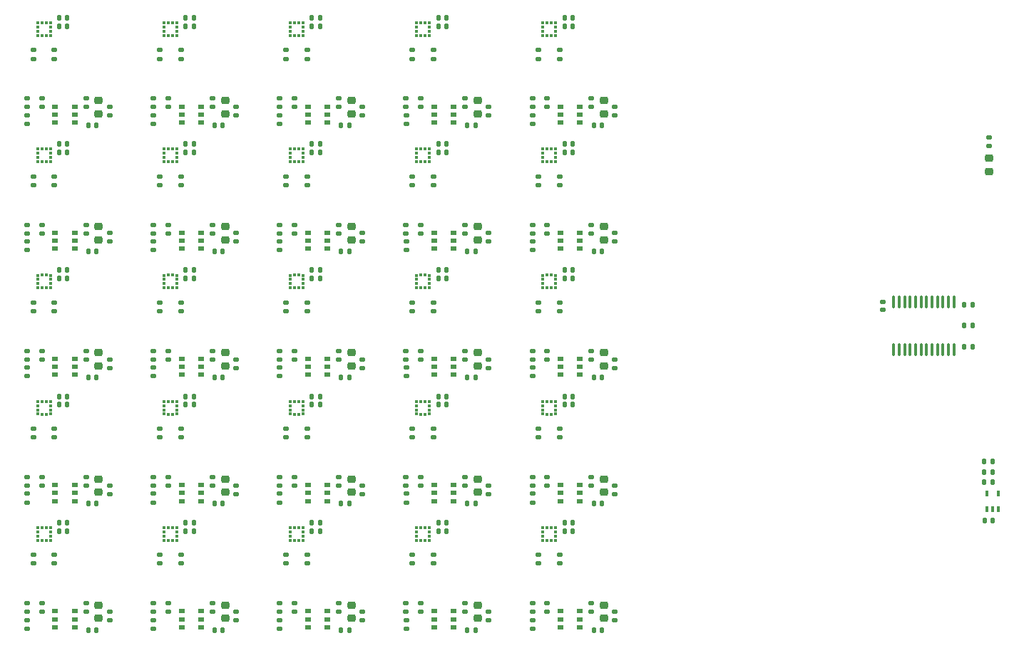
<source format=gbr>
%TF.GenerationSoftware,KiCad,Pcbnew,7.0.1*%
%TF.CreationDate,2025-01-23T23:42:59-05:00*%
%TF.ProjectId,Combined_Stencil2,436f6d62-696e-4656-945f-5374656e6369,rev?*%
%TF.SameCoordinates,Original*%
%TF.FileFunction,Paste,Top*%
%TF.FilePolarity,Positive*%
%FSLAX46Y46*%
G04 Gerber Fmt 4.6, Leading zero omitted, Abs format (unit mm)*
G04 Created by KiCad (PCBNEW 7.0.1) date 2025-01-23 23:42:59*
%MOMM*%
%LPD*%
G01*
G04 APERTURE LIST*
G04 Aperture macros list*
%AMRoundRect*
0 Rectangle with rounded corners*
0 $1 Rounding radius*
0 $2 $3 $4 $5 $6 $7 $8 $9 X,Y pos of 4 corners*
0 Add a 4 corners polygon primitive as box body*
4,1,4,$2,$3,$4,$5,$6,$7,$8,$9,$2,$3,0*
0 Add four circle primitives for the rounded corners*
1,1,$1+$1,$2,$3*
1,1,$1+$1,$4,$5*
1,1,$1+$1,$6,$7*
1,1,$1+$1,$8,$9*
0 Add four rect primitives between the rounded corners*
20,1,$1+$1,$2,$3,$4,$5,0*
20,1,$1+$1,$4,$5,$6,$7,0*
20,1,$1+$1,$6,$7,$8,$9,0*
20,1,$1+$1,$8,$9,$2,$3,0*%
G04 Aperture macros list end*
%ADD10RoundRect,0.135000X-0.135000X-0.185000X0.135000X-0.185000X0.135000X0.185000X-0.135000X0.185000X0*%
%ADD11RoundRect,0.140000X-0.140000X-0.170000X0.140000X-0.170000X0.140000X0.170000X-0.140000X0.170000X0*%
%ADD12RoundRect,0.135000X0.135000X0.185000X-0.135000X0.185000X-0.135000X-0.185000X0.135000X-0.185000X0*%
%ADD13RoundRect,0.218750X-0.256250X0.218750X-0.256250X-0.218750X0.256250X-0.218750X0.256250X0.218750X0*%
%ADD14RoundRect,0.100000X0.100000X-0.637500X0.100000X0.637500X-0.100000X0.637500X-0.100000X-0.637500X0*%
%ADD15RoundRect,0.140000X-0.170000X0.140000X-0.170000X-0.140000X0.170000X-0.140000X0.170000X0.140000X0*%
%ADD16R,0.400000X0.650000*%
%ADD17RoundRect,0.135000X0.185000X-0.135000X0.185000X0.135000X-0.185000X0.135000X-0.185000X-0.135000X0*%
%ADD18RoundRect,0.140000X0.140000X0.170000X-0.140000X0.170000X-0.140000X-0.170000X0.140000X-0.170000X0*%
%ADD19RoundRect,0.135000X-0.185000X0.135000X-0.185000X-0.135000X0.185000X-0.135000X0.185000X0.135000X0*%
%ADD20R,0.375000X0.350000*%
%ADD21R,0.350000X0.375000*%
%ADD22R,0.700000X0.510000*%
%ADD23RoundRect,0.218750X0.256250X-0.218750X0.256250X0.218750X-0.256250X0.218750X-0.256250X-0.218750X0*%
G04 APERTURE END LIST*
D10*
%TO.C,R7*%
X142470000Y-70750000D03*
X143490000Y-70750000D03*
%TD*%
%TO.C,R6*%
X142480000Y-68250000D03*
X143500000Y-68250000D03*
%TD*%
D11*
%TO.C,C2*%
X144900000Y-86880000D03*
X145860000Y-86880000D03*
%TD*%
D12*
%TO.C,R1*%
X145900000Y-85630000D03*
X144880000Y-85630000D03*
%TD*%
D13*
%TO.C,D1*%
X145480000Y-48342500D03*
X145480000Y-49917500D03*
%TD*%
D14*
%TO.C,U6*%
X134155000Y-71112500D03*
X134805000Y-71112500D03*
X135455000Y-71112500D03*
X136105000Y-71112500D03*
X136755000Y-71112500D03*
X137405000Y-71112500D03*
X138055000Y-71112500D03*
X138705000Y-71112500D03*
X139355000Y-71112500D03*
X140005000Y-71112500D03*
X140655000Y-71112500D03*
X141305000Y-71112500D03*
X141305000Y-65387500D03*
X140655000Y-65387500D03*
X140005000Y-65387500D03*
X139355000Y-65387500D03*
X138705000Y-65387500D03*
X138055000Y-65387500D03*
X137405000Y-65387500D03*
X136755000Y-65387500D03*
X136105000Y-65387500D03*
X135455000Y-65387500D03*
X134805000Y-65387500D03*
X134155000Y-65387500D03*
%TD*%
D11*
%TO.C,C1*%
X144920000Y-91380000D03*
X145880000Y-91380000D03*
%TD*%
D10*
%TO.C,R5*%
X142480000Y-65750000D03*
X143500000Y-65750000D03*
%TD*%
D15*
%TO.C,C5*%
X132880000Y-65400000D03*
X132880000Y-66360000D03*
%TD*%
D12*
%TO.C,R2*%
X145900000Y-84380000D03*
X144880000Y-84380000D03*
%TD*%
D16*
%TO.C,U2*%
X145230000Y-90080000D03*
X145880000Y-90080000D03*
X146530000Y-90080000D03*
X146530000Y-88180000D03*
X145230000Y-88180000D03*
%TD*%
D17*
%TO.C,R3*%
X145480000Y-46910000D03*
X145480000Y-45890000D03*
%TD*%
%TO.C,R4*%
X61260000Y-89260000D03*
X61260000Y-88240000D03*
%TD*%
D18*
%TO.C,C2*%
X96030000Y-92650000D03*
X95070000Y-92650000D03*
%TD*%
D17*
%TO.C,R4*%
X46260000Y-89260000D03*
X46260000Y-88240000D03*
%TD*%
D19*
%TO.C,R2*%
X91250000Y-101240000D03*
X91250000Y-102260000D03*
%TD*%
D17*
%TO.C,R6*%
X64500000Y-81510000D03*
X64500000Y-80490000D03*
%TD*%
D19*
%TO.C,R2*%
X61250000Y-56240000D03*
X61250000Y-57260000D03*
%TD*%
D20*
%TO.C,U2*%
X32487500Y-62250000D03*
X32487500Y-62750000D03*
X32487500Y-63250000D03*
X32487500Y-63750000D03*
D21*
X33000000Y-63762500D03*
X33500000Y-63762500D03*
D20*
X34012500Y-63750000D03*
X34012500Y-63250000D03*
X34012500Y-62750000D03*
X34012500Y-62250000D03*
D21*
X33500000Y-62237500D03*
X33000000Y-62237500D03*
%TD*%
D18*
%TO.C,C1*%
X54480000Y-104425000D03*
X53520000Y-104425000D03*
%TD*%
D20*
%TO.C,U2*%
X32487500Y-32250000D03*
X32487500Y-32750000D03*
X32487500Y-33250000D03*
X32487500Y-33750000D03*
D21*
X33000000Y-33762500D03*
X33500000Y-33762500D03*
D20*
X34012500Y-33750000D03*
X34012500Y-33250000D03*
X34012500Y-32750000D03*
X34012500Y-32250000D03*
D21*
X33500000Y-32237500D03*
X33000000Y-32237500D03*
%TD*%
D18*
%TO.C,C2*%
X66030000Y-92650000D03*
X65070000Y-92650000D03*
%TD*%
D17*
%TO.C,R5*%
X86050000Y-43260000D03*
X86050000Y-42240000D03*
%TD*%
D20*
%TO.C,U2*%
X32487500Y-47250000D03*
X32487500Y-47750000D03*
X32487500Y-48250000D03*
X32487500Y-48750000D03*
D21*
X33000000Y-48762500D03*
X33500000Y-48762500D03*
D20*
X34012500Y-48750000D03*
X34012500Y-48250000D03*
X34012500Y-47750000D03*
X34012500Y-47250000D03*
D21*
X33500000Y-47237500D03*
X33000000Y-47237500D03*
%TD*%
D17*
%TO.C,R4*%
X46260000Y-59260000D03*
X46260000Y-58240000D03*
%TD*%
%TO.C,R3*%
X98250000Y-42260000D03*
X98250000Y-41240000D03*
%TD*%
%TO.C,R3*%
X98250000Y-102260000D03*
X98250000Y-101240000D03*
%TD*%
D18*
%TO.C,C2*%
X51030000Y-32650000D03*
X50070000Y-32650000D03*
%TD*%
D19*
%TO.C,R1*%
X63000000Y-71240000D03*
X63000000Y-72260000D03*
%TD*%
D18*
%TO.C,C3*%
X81030000Y-46650000D03*
X80070000Y-46650000D03*
%TD*%
D22*
%TO.C,U1*%
X94590000Y-72200000D03*
X94590000Y-73150000D03*
X94590000Y-74100000D03*
X96910000Y-74100000D03*
X96910000Y-73150000D03*
X96910000Y-72200000D03*
%TD*%
%TO.C,U1*%
X34590000Y-87200000D03*
X34590000Y-88150000D03*
X34590000Y-89100000D03*
X36910000Y-89100000D03*
X36910000Y-88150000D03*
X36910000Y-87200000D03*
%TD*%
D20*
%TO.C,U2*%
X32487500Y-77250000D03*
X32487500Y-77750000D03*
X32487500Y-78250000D03*
X32487500Y-78750000D03*
D21*
X33000000Y-78762500D03*
X33500000Y-78762500D03*
D20*
X34012500Y-78750000D03*
X34012500Y-78250000D03*
X34012500Y-77750000D03*
X34012500Y-77250000D03*
D21*
X33500000Y-77237500D03*
X33000000Y-77237500D03*
%TD*%
D17*
%TO.C,R7*%
X32000000Y-66510000D03*
X32000000Y-65490000D03*
%TD*%
D20*
%TO.C,U2*%
X92487500Y-92250000D03*
X92487500Y-92750000D03*
X92487500Y-93250000D03*
X92487500Y-93750000D03*
D21*
X93000000Y-93762500D03*
X93500000Y-93762500D03*
D20*
X94012500Y-93750000D03*
X94012500Y-93250000D03*
X94012500Y-92750000D03*
X94012500Y-92250000D03*
D21*
X93500000Y-92237500D03*
X93000000Y-92237500D03*
%TD*%
D19*
%TO.C,R2*%
X61250000Y-86240000D03*
X61250000Y-87260000D03*
%TD*%
%TO.C,R2*%
X76250000Y-56240000D03*
X76250000Y-57260000D03*
%TD*%
D17*
%TO.C,R4*%
X31260000Y-44260000D03*
X31260000Y-43240000D03*
%TD*%
%TO.C,R4*%
X91260000Y-89260000D03*
X91260000Y-88240000D03*
%TD*%
D23*
%TO.C,D1*%
X54750000Y-58037500D03*
X54750000Y-56462500D03*
%TD*%
D17*
%TO.C,R6*%
X94500000Y-81510000D03*
X94500000Y-80490000D03*
%TD*%
D19*
%TO.C,R1*%
X78000000Y-56240000D03*
X78000000Y-57260000D03*
%TD*%
D17*
%TO.C,R4*%
X46260000Y-44260000D03*
X46260000Y-43240000D03*
%TD*%
D19*
%TO.C,R1*%
X78000000Y-41240000D03*
X78000000Y-42260000D03*
%TD*%
D17*
%TO.C,R5*%
X71050000Y-58260000D03*
X71050000Y-57240000D03*
%TD*%
D18*
%TO.C,C1*%
X39480000Y-44425000D03*
X38520000Y-44425000D03*
%TD*%
D17*
%TO.C,R6*%
X79500000Y-96510000D03*
X79500000Y-95490000D03*
%TD*%
D18*
%TO.C,C3*%
X36030000Y-61650000D03*
X35070000Y-61650000D03*
%TD*%
D17*
%TO.C,R4*%
X76260000Y-104260000D03*
X76260000Y-103240000D03*
%TD*%
D18*
%TO.C,C3*%
X36030000Y-91650000D03*
X35070000Y-91650000D03*
%TD*%
%TO.C,C2*%
X51030000Y-92650000D03*
X50070000Y-92650000D03*
%TD*%
%TO.C,C3*%
X96030000Y-76650000D03*
X95070000Y-76650000D03*
%TD*%
%TO.C,C2*%
X36030000Y-62650000D03*
X35070000Y-62650000D03*
%TD*%
%TO.C,C1*%
X84480000Y-89425000D03*
X83520000Y-89425000D03*
%TD*%
D17*
%TO.C,R4*%
X31260000Y-74260000D03*
X31260000Y-73240000D03*
%TD*%
D23*
%TO.C,D1*%
X99750000Y-73037500D03*
X99750000Y-71462500D03*
%TD*%
D22*
%TO.C,U1*%
X34590000Y-57200000D03*
X34590000Y-58150000D03*
X34590000Y-59100000D03*
X36910000Y-59100000D03*
X36910000Y-58150000D03*
X36910000Y-57200000D03*
%TD*%
D18*
%TO.C,C2*%
X81030000Y-62650000D03*
X80070000Y-62650000D03*
%TD*%
D17*
%TO.C,R4*%
X31260000Y-59260000D03*
X31260000Y-58240000D03*
%TD*%
D23*
%TO.C,D1*%
X69750000Y-73037500D03*
X69750000Y-71462500D03*
%TD*%
D19*
%TO.C,R2*%
X91250000Y-86240000D03*
X91250000Y-87260000D03*
%TD*%
D20*
%TO.C,U2*%
X77487500Y-47250000D03*
X77487500Y-47750000D03*
X77487500Y-48250000D03*
X77487500Y-48750000D03*
D21*
X78000000Y-48762500D03*
X78500000Y-48762500D03*
D20*
X79012500Y-48750000D03*
X79012500Y-48250000D03*
X79012500Y-47750000D03*
X79012500Y-47250000D03*
D21*
X78500000Y-47237500D03*
X78000000Y-47237500D03*
%TD*%
D17*
%TO.C,R6*%
X49500000Y-36510000D03*
X49500000Y-35490000D03*
%TD*%
%TO.C,R4*%
X46260000Y-74260000D03*
X46260000Y-73240000D03*
%TD*%
D18*
%TO.C,C3*%
X66030000Y-31650000D03*
X65070000Y-31650000D03*
%TD*%
D20*
%TO.C,U2*%
X47487500Y-77250000D03*
X47487500Y-77750000D03*
X47487500Y-78250000D03*
X47487500Y-78750000D03*
D21*
X48000000Y-78762500D03*
X48500000Y-78762500D03*
D20*
X49012500Y-78750000D03*
X49012500Y-78250000D03*
X49012500Y-77750000D03*
X49012500Y-77250000D03*
D21*
X48500000Y-77237500D03*
X48000000Y-77237500D03*
%TD*%
D17*
%TO.C,R6*%
X94500000Y-36510000D03*
X94500000Y-35490000D03*
%TD*%
D18*
%TO.C,C3*%
X81030000Y-31650000D03*
X80070000Y-31650000D03*
%TD*%
D17*
%TO.C,R3*%
X83250000Y-102260000D03*
X83250000Y-101240000D03*
%TD*%
%TO.C,R6*%
X49500000Y-51510000D03*
X49500000Y-50490000D03*
%TD*%
D20*
%TO.C,U2*%
X92487500Y-77250000D03*
X92487500Y-77750000D03*
X92487500Y-78250000D03*
X92487500Y-78750000D03*
D21*
X93000000Y-78762500D03*
X93500000Y-78762500D03*
D20*
X94012500Y-78750000D03*
X94012500Y-78250000D03*
X94012500Y-77750000D03*
X94012500Y-77250000D03*
D21*
X93500000Y-77237500D03*
X93000000Y-77237500D03*
%TD*%
D19*
%TO.C,R2*%
X91250000Y-56240000D03*
X91250000Y-57260000D03*
%TD*%
D18*
%TO.C,C1*%
X54480000Y-89425000D03*
X53520000Y-89425000D03*
%TD*%
D17*
%TO.C,R4*%
X31260000Y-89260000D03*
X31260000Y-88240000D03*
%TD*%
D18*
%TO.C,C3*%
X96030000Y-91650000D03*
X95070000Y-91650000D03*
%TD*%
D22*
%TO.C,U1*%
X49590000Y-42200000D03*
X49590000Y-43150000D03*
X49590000Y-44100000D03*
X51910000Y-44100000D03*
X51910000Y-43150000D03*
X51910000Y-42200000D03*
%TD*%
D17*
%TO.C,R5*%
X41050000Y-73260000D03*
X41050000Y-72240000D03*
%TD*%
D18*
%TO.C,C2*%
X81030000Y-47650000D03*
X80070000Y-47650000D03*
%TD*%
D17*
%TO.C,R7*%
X77000000Y-36510000D03*
X77000000Y-35490000D03*
%TD*%
D23*
%TO.C,D1*%
X54750000Y-103037500D03*
X54750000Y-101462500D03*
%TD*%
D17*
%TO.C,R3*%
X68250000Y-87260000D03*
X68250000Y-86240000D03*
%TD*%
D19*
%TO.C,R2*%
X46250000Y-86240000D03*
X46250000Y-87260000D03*
%TD*%
D18*
%TO.C,C1*%
X39480000Y-104425000D03*
X38520000Y-104425000D03*
%TD*%
%TO.C,C2*%
X96030000Y-62650000D03*
X95070000Y-62650000D03*
%TD*%
D19*
%TO.C,R1*%
X63000000Y-101240000D03*
X63000000Y-102260000D03*
%TD*%
%TO.C,R2*%
X76250000Y-101240000D03*
X76250000Y-102260000D03*
%TD*%
%TO.C,R1*%
X93000000Y-71240000D03*
X93000000Y-72260000D03*
%TD*%
D17*
%TO.C,R6*%
X79500000Y-81510000D03*
X79500000Y-80490000D03*
%TD*%
%TO.C,R3*%
X53250000Y-42260000D03*
X53250000Y-41240000D03*
%TD*%
%TO.C,R5*%
X101050000Y-73260000D03*
X101050000Y-72240000D03*
%TD*%
D23*
%TO.C,D1*%
X69750000Y-103037500D03*
X69750000Y-101462500D03*
%TD*%
D17*
%TO.C,R6*%
X34500000Y-66510000D03*
X34500000Y-65490000D03*
%TD*%
%TO.C,R6*%
X79500000Y-51510000D03*
X79500000Y-50490000D03*
%TD*%
D19*
%TO.C,R2*%
X61250000Y-41240000D03*
X61250000Y-42260000D03*
%TD*%
D17*
%TO.C,R3*%
X53250000Y-102260000D03*
X53250000Y-101240000D03*
%TD*%
D22*
%TO.C,U1*%
X64590000Y-57200000D03*
X64590000Y-58150000D03*
X64590000Y-59100000D03*
X66910000Y-59100000D03*
X66910000Y-58150000D03*
X66910000Y-57200000D03*
%TD*%
D17*
%TO.C,R3*%
X68250000Y-42260000D03*
X68250000Y-41240000D03*
%TD*%
D18*
%TO.C,C3*%
X96030000Y-31650000D03*
X95070000Y-31650000D03*
%TD*%
D17*
%TO.C,R7*%
X92000000Y-36510000D03*
X92000000Y-35490000D03*
%TD*%
%TO.C,R5*%
X56050000Y-43260000D03*
X56050000Y-42240000D03*
%TD*%
D18*
%TO.C,C3*%
X96030000Y-61650000D03*
X95070000Y-61650000D03*
%TD*%
D22*
%TO.C,U1*%
X79590000Y-72200000D03*
X79590000Y-73150000D03*
X79590000Y-74100000D03*
X81910000Y-74100000D03*
X81910000Y-73150000D03*
X81910000Y-72200000D03*
%TD*%
D18*
%TO.C,C3*%
X66030000Y-76650000D03*
X65070000Y-76650000D03*
%TD*%
D17*
%TO.C,R7*%
X77000000Y-96510000D03*
X77000000Y-95490000D03*
%TD*%
D19*
%TO.C,R1*%
X63000000Y-56240000D03*
X63000000Y-57260000D03*
%TD*%
D17*
%TO.C,R6*%
X34500000Y-96510000D03*
X34500000Y-95490000D03*
%TD*%
D18*
%TO.C,C1*%
X39480000Y-89425000D03*
X38520000Y-89425000D03*
%TD*%
D17*
%TO.C,R6*%
X64500000Y-51510000D03*
X64500000Y-50490000D03*
%TD*%
%TO.C,R3*%
X98250000Y-57260000D03*
X98250000Y-56240000D03*
%TD*%
D19*
%TO.C,R2*%
X46250000Y-56240000D03*
X46250000Y-57260000D03*
%TD*%
D17*
%TO.C,R5*%
X86050000Y-58260000D03*
X86050000Y-57240000D03*
%TD*%
D19*
%TO.C,R1*%
X33000000Y-41240000D03*
X33000000Y-42260000D03*
%TD*%
D17*
%TO.C,R7*%
X32000000Y-51510000D03*
X32000000Y-50490000D03*
%TD*%
%TO.C,R3*%
X83250000Y-57260000D03*
X83250000Y-56240000D03*
%TD*%
D18*
%TO.C,C2*%
X96030000Y-47650000D03*
X95070000Y-47650000D03*
%TD*%
%TO.C,C1*%
X99480000Y-89425000D03*
X98520000Y-89425000D03*
%TD*%
D22*
%TO.C,U1*%
X34590000Y-102200000D03*
X34590000Y-103150000D03*
X34590000Y-104100000D03*
X36910000Y-104100000D03*
X36910000Y-103150000D03*
X36910000Y-102200000D03*
%TD*%
D17*
%TO.C,R4*%
X61260000Y-74260000D03*
X61260000Y-73240000D03*
%TD*%
D20*
%TO.C,U2*%
X92487500Y-62250000D03*
X92487500Y-62750000D03*
X92487500Y-63250000D03*
X92487500Y-63750000D03*
D21*
X93000000Y-63762500D03*
X93500000Y-63762500D03*
D20*
X94012500Y-63750000D03*
X94012500Y-63250000D03*
X94012500Y-62750000D03*
X94012500Y-62250000D03*
D21*
X93500000Y-62237500D03*
X93000000Y-62237500D03*
%TD*%
D22*
%TO.C,U1*%
X64590000Y-102200000D03*
X64590000Y-103150000D03*
X64590000Y-104100000D03*
X66910000Y-104100000D03*
X66910000Y-103150000D03*
X66910000Y-102200000D03*
%TD*%
%TO.C,U1*%
X79590000Y-57200000D03*
X79590000Y-58150000D03*
X79590000Y-59100000D03*
X81910000Y-59100000D03*
X81910000Y-58150000D03*
X81910000Y-57200000D03*
%TD*%
D18*
%TO.C,C2*%
X96030000Y-32650000D03*
X95070000Y-32650000D03*
%TD*%
D22*
%TO.C,U1*%
X94590000Y-42200000D03*
X94590000Y-43150000D03*
X94590000Y-44100000D03*
X96910000Y-44100000D03*
X96910000Y-43150000D03*
X96910000Y-42200000D03*
%TD*%
D18*
%TO.C,C1*%
X39480000Y-59425000D03*
X38520000Y-59425000D03*
%TD*%
D22*
%TO.C,U1*%
X49590000Y-72200000D03*
X49590000Y-73150000D03*
X49590000Y-74100000D03*
X51910000Y-74100000D03*
X51910000Y-73150000D03*
X51910000Y-72200000D03*
%TD*%
D17*
%TO.C,R7*%
X92000000Y-51510000D03*
X92000000Y-50490000D03*
%TD*%
%TO.C,R5*%
X101050000Y-43260000D03*
X101050000Y-42240000D03*
%TD*%
D19*
%TO.C,R2*%
X61250000Y-101240000D03*
X61250000Y-102260000D03*
%TD*%
D23*
%TO.C,D1*%
X84750000Y-103037500D03*
X84750000Y-101462500D03*
%TD*%
D22*
%TO.C,U1*%
X94590000Y-102200000D03*
X94590000Y-103150000D03*
X94590000Y-104100000D03*
X96910000Y-104100000D03*
X96910000Y-103150000D03*
X96910000Y-102200000D03*
%TD*%
D17*
%TO.C,R4*%
X76260000Y-74260000D03*
X76260000Y-73240000D03*
%TD*%
%TO.C,R6*%
X94500000Y-96510000D03*
X94500000Y-95490000D03*
%TD*%
D19*
%TO.C,R1*%
X48000000Y-56240000D03*
X48000000Y-57260000D03*
%TD*%
D17*
%TO.C,R3*%
X38250000Y-87260000D03*
X38250000Y-86240000D03*
%TD*%
D18*
%TO.C,C3*%
X81030000Y-61650000D03*
X80070000Y-61650000D03*
%TD*%
D17*
%TO.C,R5*%
X71050000Y-88260000D03*
X71050000Y-87240000D03*
%TD*%
%TO.C,R4*%
X76260000Y-44260000D03*
X76260000Y-43240000D03*
%TD*%
%TO.C,R5*%
X71050000Y-103260000D03*
X71050000Y-102240000D03*
%TD*%
%TO.C,R3*%
X98250000Y-72260000D03*
X98250000Y-71240000D03*
%TD*%
%TO.C,R6*%
X64500000Y-36510000D03*
X64500000Y-35490000D03*
%TD*%
D23*
%TO.C,D1*%
X99750000Y-43037500D03*
X99750000Y-41462500D03*
%TD*%
D19*
%TO.C,R2*%
X91250000Y-41240000D03*
X91250000Y-42260000D03*
%TD*%
D18*
%TO.C,C3*%
X51030000Y-61650000D03*
X50070000Y-61650000D03*
%TD*%
D17*
%TO.C,R7*%
X77000000Y-66510000D03*
X77000000Y-65490000D03*
%TD*%
D18*
%TO.C,C3*%
X36030000Y-31650000D03*
X35070000Y-31650000D03*
%TD*%
D17*
%TO.C,R3*%
X38250000Y-72260000D03*
X38250000Y-71240000D03*
%TD*%
%TO.C,R5*%
X56050000Y-73260000D03*
X56050000Y-72240000D03*
%TD*%
%TO.C,R7*%
X47000000Y-96510000D03*
X47000000Y-95490000D03*
%TD*%
%TO.C,R5*%
X41050000Y-103260000D03*
X41050000Y-102240000D03*
%TD*%
%TO.C,R6*%
X79500000Y-36510000D03*
X79500000Y-35490000D03*
%TD*%
D23*
%TO.C,D1*%
X99750000Y-58037500D03*
X99750000Y-56462500D03*
%TD*%
D19*
%TO.C,R1*%
X78000000Y-101240000D03*
X78000000Y-102260000D03*
%TD*%
D18*
%TO.C,C2*%
X96030000Y-77650000D03*
X95070000Y-77650000D03*
%TD*%
D17*
%TO.C,R3*%
X68250000Y-72260000D03*
X68250000Y-71240000D03*
%TD*%
D18*
%TO.C,C1*%
X99480000Y-74425000D03*
X98520000Y-74425000D03*
%TD*%
%TO.C,C1*%
X99480000Y-44425000D03*
X98520000Y-44425000D03*
%TD*%
D17*
%TO.C,R7*%
X62000000Y-51510000D03*
X62000000Y-50490000D03*
%TD*%
%TO.C,R4*%
X31260000Y-104260000D03*
X31260000Y-103240000D03*
%TD*%
D18*
%TO.C,C1*%
X84480000Y-74425000D03*
X83520000Y-74425000D03*
%TD*%
D20*
%TO.C,U2*%
X77487500Y-62250000D03*
X77487500Y-62750000D03*
X77487500Y-63250000D03*
X77487500Y-63750000D03*
D21*
X78000000Y-63762500D03*
X78500000Y-63762500D03*
D20*
X79012500Y-63750000D03*
X79012500Y-63250000D03*
X79012500Y-62750000D03*
X79012500Y-62250000D03*
D21*
X78500000Y-62237500D03*
X78000000Y-62237500D03*
%TD*%
D17*
%TO.C,R7*%
X32000000Y-81510000D03*
X32000000Y-80490000D03*
%TD*%
D18*
%TO.C,C2*%
X66030000Y-77650000D03*
X65070000Y-77650000D03*
%TD*%
D17*
%TO.C,R7*%
X62000000Y-66510000D03*
X62000000Y-65490000D03*
%TD*%
%TO.C,R4*%
X91260000Y-104260000D03*
X91260000Y-103240000D03*
%TD*%
D22*
%TO.C,U1*%
X94590000Y-87200000D03*
X94590000Y-88150000D03*
X94590000Y-89100000D03*
X96910000Y-89100000D03*
X96910000Y-88150000D03*
X96910000Y-87200000D03*
%TD*%
D17*
%TO.C,R4*%
X61260000Y-59260000D03*
X61260000Y-58240000D03*
%TD*%
D18*
%TO.C,C1*%
X39480000Y-74425000D03*
X38520000Y-74425000D03*
%TD*%
D20*
%TO.C,U2*%
X62487500Y-77250000D03*
X62487500Y-77750000D03*
X62487500Y-78250000D03*
X62487500Y-78750000D03*
D21*
X63000000Y-78762500D03*
X63500000Y-78762500D03*
D20*
X64012500Y-78750000D03*
X64012500Y-78250000D03*
X64012500Y-77750000D03*
X64012500Y-77250000D03*
D21*
X63500000Y-77237500D03*
X63000000Y-77237500D03*
%TD*%
D19*
%TO.C,R1*%
X78000000Y-71240000D03*
X78000000Y-72260000D03*
%TD*%
%TO.C,R2*%
X31250000Y-101240000D03*
X31250000Y-102260000D03*
%TD*%
D18*
%TO.C,C2*%
X81030000Y-77650000D03*
X80070000Y-77650000D03*
%TD*%
D19*
%TO.C,R2*%
X46250000Y-101240000D03*
X46250000Y-102260000D03*
%TD*%
D17*
%TO.C,R7*%
X77000000Y-81510000D03*
X77000000Y-80490000D03*
%TD*%
D23*
%TO.C,D1*%
X39750000Y-73037500D03*
X39750000Y-71462500D03*
%TD*%
D17*
%TO.C,R7*%
X47000000Y-51510000D03*
X47000000Y-50490000D03*
%TD*%
D20*
%TO.C,U2*%
X32487500Y-92250000D03*
X32487500Y-92750000D03*
X32487500Y-93250000D03*
X32487500Y-93750000D03*
D21*
X33000000Y-93762500D03*
X33500000Y-93762500D03*
D20*
X34012500Y-93750000D03*
X34012500Y-93250000D03*
X34012500Y-92750000D03*
X34012500Y-92250000D03*
D21*
X33500000Y-92237500D03*
X33000000Y-92237500D03*
%TD*%
D17*
%TO.C,R7*%
X92000000Y-81510000D03*
X92000000Y-80490000D03*
%TD*%
D22*
%TO.C,U1*%
X49590000Y-57200000D03*
X49590000Y-58150000D03*
X49590000Y-59100000D03*
X51910000Y-59100000D03*
X51910000Y-58150000D03*
X51910000Y-57200000D03*
%TD*%
D17*
%TO.C,R6*%
X94500000Y-66510000D03*
X94500000Y-65490000D03*
%TD*%
D18*
%TO.C,C3*%
X51030000Y-46650000D03*
X50070000Y-46650000D03*
%TD*%
D23*
%TO.C,D1*%
X69750000Y-43037500D03*
X69750000Y-41462500D03*
%TD*%
D18*
%TO.C,C3*%
X96030000Y-46650000D03*
X95070000Y-46650000D03*
%TD*%
D19*
%TO.C,R1*%
X93000000Y-56240000D03*
X93000000Y-57260000D03*
%TD*%
D17*
%TO.C,R5*%
X86050000Y-73260000D03*
X86050000Y-72240000D03*
%TD*%
%TO.C,R7*%
X62000000Y-36510000D03*
X62000000Y-35490000D03*
%TD*%
D20*
%TO.C,U2*%
X77487500Y-32250000D03*
X77487500Y-32750000D03*
X77487500Y-33250000D03*
X77487500Y-33750000D03*
D21*
X78000000Y-33762500D03*
X78500000Y-33762500D03*
D20*
X79012500Y-33750000D03*
X79012500Y-33250000D03*
X79012500Y-32750000D03*
X79012500Y-32250000D03*
D21*
X78500000Y-32237500D03*
X78000000Y-32237500D03*
%TD*%
D19*
%TO.C,R2*%
X76250000Y-86240000D03*
X76250000Y-87260000D03*
%TD*%
D17*
%TO.C,R5*%
X41050000Y-88260000D03*
X41050000Y-87240000D03*
%TD*%
D19*
%TO.C,R1*%
X48000000Y-71240000D03*
X48000000Y-72260000D03*
%TD*%
D17*
%TO.C,R4*%
X76260000Y-59260000D03*
X76260000Y-58240000D03*
%TD*%
%TO.C,R3*%
X53250000Y-87260000D03*
X53250000Y-86240000D03*
%TD*%
D23*
%TO.C,D1*%
X54750000Y-43037500D03*
X54750000Y-41462500D03*
%TD*%
D17*
%TO.C,R7*%
X47000000Y-36510000D03*
X47000000Y-35490000D03*
%TD*%
%TO.C,R3*%
X83250000Y-42260000D03*
X83250000Y-41240000D03*
%TD*%
%TO.C,R6*%
X94500000Y-51510000D03*
X94500000Y-50490000D03*
%TD*%
%TO.C,R5*%
X101050000Y-103260000D03*
X101050000Y-102240000D03*
%TD*%
D23*
%TO.C,D1*%
X39750000Y-103037500D03*
X39750000Y-101462500D03*
%TD*%
D19*
%TO.C,R1*%
X63000000Y-86240000D03*
X63000000Y-87260000D03*
%TD*%
D23*
%TO.C,D1*%
X69750000Y-58037500D03*
X69750000Y-56462500D03*
%TD*%
%TO.C,D1*%
X54750000Y-73037500D03*
X54750000Y-71462500D03*
%TD*%
D17*
%TO.C,R7*%
X32000000Y-36510000D03*
X32000000Y-35490000D03*
%TD*%
%TO.C,R3*%
X38250000Y-42260000D03*
X38250000Y-41240000D03*
%TD*%
D18*
%TO.C,C1*%
X69480000Y-74425000D03*
X68520000Y-74425000D03*
%TD*%
%TO.C,C2*%
X51030000Y-47650000D03*
X50070000Y-47650000D03*
%TD*%
D19*
%TO.C,R1*%
X33000000Y-71240000D03*
X33000000Y-72260000D03*
%TD*%
%TO.C,R1*%
X33000000Y-56240000D03*
X33000000Y-57260000D03*
%TD*%
D17*
%TO.C,R4*%
X91260000Y-74260000D03*
X91260000Y-73240000D03*
%TD*%
D22*
%TO.C,U1*%
X64590000Y-42200000D03*
X64590000Y-43150000D03*
X64590000Y-44100000D03*
X66910000Y-44100000D03*
X66910000Y-43150000D03*
X66910000Y-42200000D03*
%TD*%
D18*
%TO.C,C3*%
X36030000Y-46650000D03*
X35070000Y-46650000D03*
%TD*%
D23*
%TO.C,D1*%
X84750000Y-88037500D03*
X84750000Y-86462500D03*
%TD*%
D17*
%TO.C,R5*%
X41050000Y-43260000D03*
X41050000Y-42240000D03*
%TD*%
D18*
%TO.C,C2*%
X66030000Y-47650000D03*
X65070000Y-47650000D03*
%TD*%
D23*
%TO.C,D1*%
X84750000Y-43037500D03*
X84750000Y-41462500D03*
%TD*%
D17*
%TO.C,R4*%
X91260000Y-59260000D03*
X91260000Y-58240000D03*
%TD*%
D18*
%TO.C,C1*%
X54480000Y-74425000D03*
X53520000Y-74425000D03*
%TD*%
D19*
%TO.C,R1*%
X33000000Y-86240000D03*
X33000000Y-87260000D03*
%TD*%
D18*
%TO.C,C2*%
X81030000Y-92650000D03*
X80070000Y-92650000D03*
%TD*%
D17*
%TO.C,R4*%
X76260000Y-89260000D03*
X76260000Y-88240000D03*
%TD*%
%TO.C,R7*%
X62000000Y-96510000D03*
X62000000Y-95490000D03*
%TD*%
D18*
%TO.C,C1*%
X99480000Y-59425000D03*
X98520000Y-59425000D03*
%TD*%
D17*
%TO.C,R7*%
X92000000Y-66510000D03*
X92000000Y-65490000D03*
%TD*%
D23*
%TO.C,D1*%
X39750000Y-43037500D03*
X39750000Y-41462500D03*
%TD*%
D22*
%TO.C,U1*%
X79590000Y-42200000D03*
X79590000Y-43150000D03*
X79590000Y-44100000D03*
X81910000Y-44100000D03*
X81910000Y-43150000D03*
X81910000Y-42200000D03*
%TD*%
D17*
%TO.C,R4*%
X91260000Y-44260000D03*
X91260000Y-43240000D03*
%TD*%
%TO.C,R5*%
X101050000Y-58260000D03*
X101050000Y-57240000D03*
%TD*%
D19*
%TO.C,R2*%
X31250000Y-86240000D03*
X31250000Y-87260000D03*
%TD*%
D22*
%TO.C,U1*%
X64590000Y-72200000D03*
X64590000Y-73150000D03*
X64590000Y-74100000D03*
X66910000Y-74100000D03*
X66910000Y-73150000D03*
X66910000Y-72200000D03*
%TD*%
D18*
%TO.C,C2*%
X36030000Y-92650000D03*
X35070000Y-92650000D03*
%TD*%
D17*
%TO.C,R3*%
X68250000Y-102260000D03*
X68250000Y-101240000D03*
%TD*%
D20*
%TO.C,U2*%
X62487500Y-32250000D03*
X62487500Y-32750000D03*
X62487500Y-33250000D03*
X62487500Y-33750000D03*
D21*
X63000000Y-33762500D03*
X63500000Y-33762500D03*
D20*
X64012500Y-33750000D03*
X64012500Y-33250000D03*
X64012500Y-32750000D03*
X64012500Y-32250000D03*
D21*
X63500000Y-32237500D03*
X63000000Y-32237500D03*
%TD*%
D19*
%TO.C,R1*%
X48000000Y-86240000D03*
X48000000Y-87260000D03*
%TD*%
D22*
%TO.C,U1*%
X64590000Y-87200000D03*
X64590000Y-88150000D03*
X64590000Y-89100000D03*
X66910000Y-89100000D03*
X66910000Y-88150000D03*
X66910000Y-87200000D03*
%TD*%
D19*
%TO.C,R1*%
X48000000Y-101240000D03*
X48000000Y-102260000D03*
%TD*%
D23*
%TO.C,D1*%
X99750000Y-103037500D03*
X99750000Y-101462500D03*
%TD*%
D17*
%TO.C,R6*%
X49500000Y-66510000D03*
X49500000Y-65490000D03*
%TD*%
%TO.C,R7*%
X32000000Y-96510000D03*
X32000000Y-95490000D03*
%TD*%
D23*
%TO.C,D1*%
X69750000Y-88037500D03*
X69750000Y-86462500D03*
%TD*%
%TO.C,D1*%
X84750000Y-73037500D03*
X84750000Y-71462500D03*
%TD*%
D22*
%TO.C,U1*%
X79590000Y-87200000D03*
X79590000Y-88150000D03*
X79590000Y-89100000D03*
X81910000Y-89100000D03*
X81910000Y-88150000D03*
X81910000Y-87200000D03*
%TD*%
D17*
%TO.C,R5*%
X41050000Y-58260000D03*
X41050000Y-57240000D03*
%TD*%
%TO.C,R5*%
X56050000Y-58260000D03*
X56050000Y-57240000D03*
%TD*%
%TO.C,R6*%
X64500000Y-96510000D03*
X64500000Y-95490000D03*
%TD*%
D18*
%TO.C,C2*%
X66030000Y-32650000D03*
X65070000Y-32650000D03*
%TD*%
D19*
%TO.C,R2*%
X31250000Y-71240000D03*
X31250000Y-72260000D03*
%TD*%
D17*
%TO.C,R7*%
X92000000Y-96510000D03*
X92000000Y-95490000D03*
%TD*%
%TO.C,R6*%
X49500000Y-81510000D03*
X49500000Y-80490000D03*
%TD*%
D20*
%TO.C,U2*%
X47487500Y-32250000D03*
X47487500Y-32750000D03*
X47487500Y-33250000D03*
X47487500Y-33750000D03*
D21*
X48000000Y-33762500D03*
X48500000Y-33762500D03*
D20*
X49012500Y-33750000D03*
X49012500Y-33250000D03*
X49012500Y-32750000D03*
X49012500Y-32250000D03*
D21*
X48500000Y-32237500D03*
X48000000Y-32237500D03*
%TD*%
D18*
%TO.C,C3*%
X81030000Y-91650000D03*
X80070000Y-91650000D03*
%TD*%
D23*
%TO.C,D1*%
X54750000Y-88037500D03*
X54750000Y-86462500D03*
%TD*%
D17*
%TO.C,R7*%
X77000000Y-51510000D03*
X77000000Y-50490000D03*
%TD*%
%TO.C,R5*%
X86050000Y-88260000D03*
X86050000Y-87240000D03*
%TD*%
%TO.C,R5*%
X56050000Y-103260000D03*
X56050000Y-102240000D03*
%TD*%
%TO.C,R3*%
X83250000Y-72260000D03*
X83250000Y-71240000D03*
%TD*%
D18*
%TO.C,C2*%
X36030000Y-47650000D03*
X35070000Y-47650000D03*
%TD*%
D19*
%TO.C,R1*%
X33000000Y-101240000D03*
X33000000Y-102260000D03*
%TD*%
D22*
%TO.C,U1*%
X79590000Y-102200000D03*
X79590000Y-103150000D03*
X79590000Y-104100000D03*
X81910000Y-104100000D03*
X81910000Y-103150000D03*
X81910000Y-102200000D03*
%TD*%
D20*
%TO.C,U2*%
X47487500Y-47250000D03*
X47487500Y-47750000D03*
X47487500Y-48250000D03*
X47487500Y-48750000D03*
D21*
X48000000Y-48762500D03*
X48500000Y-48762500D03*
D20*
X49012500Y-48750000D03*
X49012500Y-48250000D03*
X49012500Y-47750000D03*
X49012500Y-47250000D03*
D21*
X48500000Y-47237500D03*
X48000000Y-47237500D03*
%TD*%
D17*
%TO.C,R3*%
X53250000Y-72260000D03*
X53250000Y-71240000D03*
%TD*%
%TO.C,R3*%
X83250000Y-87260000D03*
X83250000Y-86240000D03*
%TD*%
D18*
%TO.C,C2*%
X66030000Y-62650000D03*
X65070000Y-62650000D03*
%TD*%
D17*
%TO.C,R4*%
X61260000Y-44260000D03*
X61260000Y-43240000D03*
%TD*%
D18*
%TO.C,C3*%
X51030000Y-76650000D03*
X50070000Y-76650000D03*
%TD*%
%TO.C,C1*%
X84480000Y-59425000D03*
X83520000Y-59425000D03*
%TD*%
D20*
%TO.C,U2*%
X62487500Y-62250000D03*
X62487500Y-62750000D03*
X62487500Y-63250000D03*
X62487500Y-63750000D03*
D21*
X63000000Y-63762500D03*
X63500000Y-63762500D03*
D20*
X64012500Y-63750000D03*
X64012500Y-63250000D03*
X64012500Y-62750000D03*
X64012500Y-62250000D03*
D21*
X63500000Y-62237500D03*
X63000000Y-62237500D03*
%TD*%
D23*
%TO.C,D1*%
X84750000Y-58037500D03*
X84750000Y-56462500D03*
%TD*%
D18*
%TO.C,C3*%
X66030000Y-91650000D03*
X65070000Y-91650000D03*
%TD*%
D23*
%TO.C,D1*%
X99750000Y-88037500D03*
X99750000Y-86462500D03*
%TD*%
D18*
%TO.C,C3*%
X51030000Y-91650000D03*
X50070000Y-91650000D03*
%TD*%
D19*
%TO.C,R2*%
X61250000Y-71240000D03*
X61250000Y-72260000D03*
%TD*%
%TO.C,R2*%
X76250000Y-71240000D03*
X76250000Y-72260000D03*
%TD*%
D20*
%TO.C,U2*%
X62487500Y-47250000D03*
X62487500Y-47750000D03*
X62487500Y-48250000D03*
X62487500Y-48750000D03*
D21*
X63000000Y-48762500D03*
X63500000Y-48762500D03*
D20*
X64012500Y-48750000D03*
X64012500Y-48250000D03*
X64012500Y-47750000D03*
X64012500Y-47250000D03*
D21*
X63500000Y-47237500D03*
X63000000Y-47237500D03*
%TD*%
D18*
%TO.C,C2*%
X51030000Y-77650000D03*
X50070000Y-77650000D03*
%TD*%
D19*
%TO.C,R2*%
X31250000Y-41240000D03*
X31250000Y-42260000D03*
%TD*%
D18*
%TO.C,C1*%
X54480000Y-44425000D03*
X53520000Y-44425000D03*
%TD*%
D17*
%TO.C,R5*%
X71050000Y-73260000D03*
X71050000Y-72240000D03*
%TD*%
D19*
%TO.C,R2*%
X31250000Y-56240000D03*
X31250000Y-57260000D03*
%TD*%
D20*
%TO.C,U2*%
X92487500Y-47250000D03*
X92487500Y-47750000D03*
X92487500Y-48250000D03*
X92487500Y-48750000D03*
D21*
X93000000Y-48762500D03*
X93500000Y-48762500D03*
D20*
X94012500Y-48750000D03*
X94012500Y-48250000D03*
X94012500Y-47750000D03*
X94012500Y-47250000D03*
D21*
X93500000Y-47237500D03*
X93000000Y-47237500D03*
%TD*%
D19*
%TO.C,R1*%
X48000000Y-41240000D03*
X48000000Y-42260000D03*
%TD*%
D17*
%TO.C,R3*%
X98250000Y-87260000D03*
X98250000Y-86240000D03*
%TD*%
D19*
%TO.C,R1*%
X93000000Y-101240000D03*
X93000000Y-102260000D03*
%TD*%
D17*
%TO.C,R6*%
X49500000Y-96510000D03*
X49500000Y-95490000D03*
%TD*%
D19*
%TO.C,R2*%
X76250000Y-41240000D03*
X76250000Y-42260000D03*
%TD*%
D17*
%TO.C,R3*%
X38250000Y-102260000D03*
X38250000Y-101240000D03*
%TD*%
D22*
%TO.C,U1*%
X49590000Y-87200000D03*
X49590000Y-88150000D03*
X49590000Y-89100000D03*
X51910000Y-89100000D03*
X51910000Y-88150000D03*
X51910000Y-87200000D03*
%TD*%
D19*
%TO.C,R1*%
X63000000Y-41240000D03*
X63000000Y-42260000D03*
%TD*%
D20*
%TO.C,U2*%
X92487500Y-32250000D03*
X92487500Y-32750000D03*
X92487500Y-33250000D03*
X92487500Y-33750000D03*
D21*
X93000000Y-33762500D03*
X93500000Y-33762500D03*
D20*
X94012500Y-33750000D03*
X94012500Y-33250000D03*
X94012500Y-32750000D03*
X94012500Y-32250000D03*
D21*
X93500000Y-32237500D03*
X93000000Y-32237500D03*
%TD*%
D17*
%TO.C,R7*%
X62000000Y-81510000D03*
X62000000Y-80490000D03*
%TD*%
D19*
%TO.C,R1*%
X78000000Y-86240000D03*
X78000000Y-87260000D03*
%TD*%
%TO.C,R2*%
X46250000Y-41240000D03*
X46250000Y-42260000D03*
%TD*%
D22*
%TO.C,U1*%
X34590000Y-42200000D03*
X34590000Y-43150000D03*
X34590000Y-44100000D03*
X36910000Y-44100000D03*
X36910000Y-43150000D03*
X36910000Y-42200000D03*
%TD*%
D19*
%TO.C,R2*%
X91250000Y-71240000D03*
X91250000Y-72260000D03*
%TD*%
%TO.C,R2*%
X46250000Y-71240000D03*
X46250000Y-72260000D03*
%TD*%
D17*
%TO.C,R3*%
X53250000Y-57260000D03*
X53250000Y-56240000D03*
%TD*%
%TO.C,R7*%
X47000000Y-81510000D03*
X47000000Y-80490000D03*
%TD*%
%TO.C,R5*%
X56050000Y-88260000D03*
X56050000Y-87240000D03*
%TD*%
%TO.C,R3*%
X68250000Y-57260000D03*
X68250000Y-56240000D03*
%TD*%
D20*
%TO.C,U2*%
X47487500Y-62250000D03*
X47487500Y-62750000D03*
X47487500Y-63250000D03*
X47487500Y-63750000D03*
D21*
X48000000Y-63762500D03*
X48500000Y-63762500D03*
D20*
X49012500Y-63750000D03*
X49012500Y-63250000D03*
X49012500Y-62750000D03*
X49012500Y-62250000D03*
D21*
X48500000Y-62237500D03*
X48000000Y-62237500D03*
%TD*%
D17*
%TO.C,R6*%
X34500000Y-36510000D03*
X34500000Y-35490000D03*
%TD*%
D18*
%TO.C,C2*%
X36030000Y-32650000D03*
X35070000Y-32650000D03*
%TD*%
D17*
%TO.C,R4*%
X61260000Y-104260000D03*
X61260000Y-103240000D03*
%TD*%
%TO.C,R7*%
X47000000Y-66510000D03*
X47000000Y-65490000D03*
%TD*%
D20*
%TO.C,U2*%
X77487500Y-77250000D03*
X77487500Y-77750000D03*
X77487500Y-78250000D03*
X77487500Y-78750000D03*
D21*
X78000000Y-78762500D03*
X78500000Y-78762500D03*
D20*
X79012500Y-78750000D03*
X79012500Y-78250000D03*
X79012500Y-77750000D03*
X79012500Y-77250000D03*
D21*
X78500000Y-77237500D03*
X78000000Y-77237500D03*
%TD*%
D18*
%TO.C,C1*%
X69480000Y-104425000D03*
X68520000Y-104425000D03*
%TD*%
D19*
%TO.C,R1*%
X93000000Y-86240000D03*
X93000000Y-87260000D03*
%TD*%
D18*
%TO.C,C1*%
X99480000Y-104425000D03*
X98520000Y-104425000D03*
%TD*%
D22*
%TO.C,U1*%
X94590000Y-57200000D03*
X94590000Y-58150000D03*
X94590000Y-59100000D03*
X96910000Y-59100000D03*
X96910000Y-58150000D03*
X96910000Y-57200000D03*
%TD*%
D17*
%TO.C,R3*%
X38250000Y-57260000D03*
X38250000Y-56240000D03*
%TD*%
D18*
%TO.C,C1*%
X69480000Y-44425000D03*
X68520000Y-44425000D03*
%TD*%
%TO.C,C2*%
X51030000Y-62650000D03*
X50070000Y-62650000D03*
%TD*%
%TO.C,C3*%
X51030000Y-31650000D03*
X50070000Y-31650000D03*
%TD*%
%TO.C,C3*%
X66030000Y-61650000D03*
X65070000Y-61650000D03*
%TD*%
D17*
%TO.C,R5*%
X71050000Y-43260000D03*
X71050000Y-42240000D03*
%TD*%
D22*
%TO.C,U1*%
X34590000Y-72200000D03*
X34590000Y-73150000D03*
X34590000Y-74100000D03*
X36910000Y-74100000D03*
X36910000Y-73150000D03*
X36910000Y-72200000D03*
%TD*%
D18*
%TO.C,C1*%
X54480000Y-59425000D03*
X53520000Y-59425000D03*
%TD*%
%TO.C,C1*%
X84480000Y-104425000D03*
X83520000Y-104425000D03*
%TD*%
D17*
%TO.C,R6*%
X64500000Y-66510000D03*
X64500000Y-65490000D03*
%TD*%
D19*
%TO.C,R1*%
X93000000Y-41240000D03*
X93000000Y-42260000D03*
%TD*%
D18*
%TO.C,C1*%
X69480000Y-89425000D03*
X68520000Y-89425000D03*
%TD*%
%TO.C,C3*%
X66030000Y-46650000D03*
X65070000Y-46650000D03*
%TD*%
D17*
%TO.C,R6*%
X34500000Y-51510000D03*
X34500000Y-50490000D03*
%TD*%
D18*
%TO.C,C3*%
X36030000Y-76650000D03*
X35070000Y-76650000D03*
%TD*%
%TO.C,C1*%
X69480000Y-59425000D03*
X68520000Y-59425000D03*
%TD*%
D20*
%TO.C,U2*%
X62487500Y-92250000D03*
X62487500Y-92750000D03*
X62487500Y-93250000D03*
X62487500Y-93750000D03*
D21*
X63000000Y-93762500D03*
X63500000Y-93762500D03*
D20*
X64012500Y-93750000D03*
X64012500Y-93250000D03*
X64012500Y-92750000D03*
X64012500Y-92250000D03*
D21*
X63500000Y-92237500D03*
X63000000Y-92237500D03*
%TD*%
D23*
%TO.C,D1*%
X39750000Y-88037500D03*
X39750000Y-86462500D03*
%TD*%
D18*
%TO.C,C2*%
X36030000Y-77650000D03*
X35070000Y-77650000D03*
%TD*%
D20*
%TO.C,U2*%
X77487500Y-92250000D03*
X77487500Y-92750000D03*
X77487500Y-93250000D03*
X77487500Y-93750000D03*
D21*
X78000000Y-93762500D03*
X78500000Y-93762500D03*
D20*
X79012500Y-93750000D03*
X79012500Y-93250000D03*
X79012500Y-92750000D03*
X79012500Y-92250000D03*
D21*
X78500000Y-92237500D03*
X78000000Y-92237500D03*
%TD*%
D17*
%TO.C,R4*%
X46260000Y-104260000D03*
X46260000Y-103240000D03*
%TD*%
%TO.C,R5*%
X101050000Y-88260000D03*
X101050000Y-87240000D03*
%TD*%
D18*
%TO.C,C3*%
X81030000Y-76650000D03*
X80070000Y-76650000D03*
%TD*%
%TO.C,C1*%
X84480000Y-44425000D03*
X83520000Y-44425000D03*
%TD*%
D17*
%TO.C,R6*%
X79500000Y-66510000D03*
X79500000Y-65490000D03*
%TD*%
D20*
%TO.C,U2*%
X47487500Y-92250000D03*
X47487500Y-92750000D03*
X47487500Y-93250000D03*
X47487500Y-93750000D03*
D21*
X48000000Y-93762500D03*
X48500000Y-93762500D03*
D20*
X49012500Y-93750000D03*
X49012500Y-93250000D03*
X49012500Y-92750000D03*
X49012500Y-92250000D03*
D21*
X48500000Y-92237500D03*
X48000000Y-92237500D03*
%TD*%
D23*
%TO.C,D1*%
X39750000Y-58037500D03*
X39750000Y-56462500D03*
%TD*%
D18*
%TO.C,C2*%
X81030000Y-32650000D03*
X80070000Y-32650000D03*
%TD*%
D22*
%TO.C,U1*%
X49590000Y-102200000D03*
X49590000Y-103150000D03*
X49590000Y-104100000D03*
X51910000Y-104100000D03*
X51910000Y-103150000D03*
X51910000Y-102200000D03*
%TD*%
D17*
%TO.C,R5*%
X86050000Y-103260000D03*
X86050000Y-102240000D03*
%TD*%
%TO.C,R6*%
X34500000Y-81510000D03*
X34500000Y-80490000D03*
%TD*%
M02*

</source>
